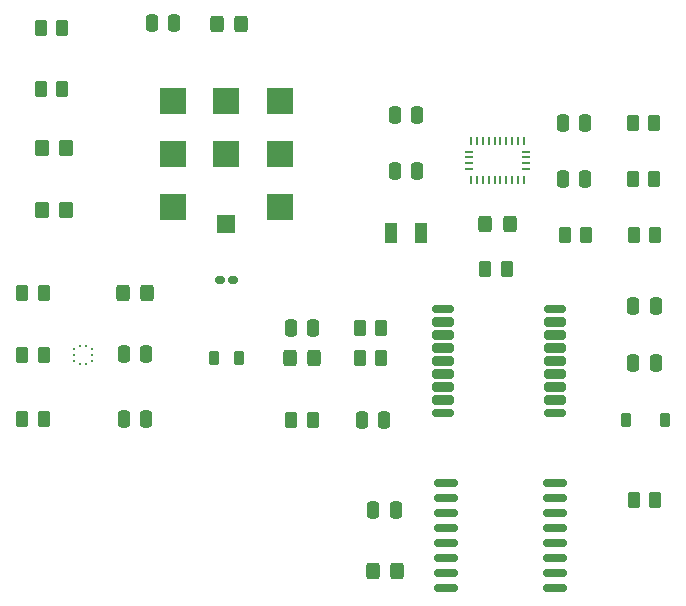
<source format=gbr>
%TF.GenerationSoftware,KiCad,Pcbnew,7.0.7*%
%TF.CreationDate,2024-01-17T20:42:02-05:00*%
%TF.ProjectId,Unified_Board,556e6966-6965-4645-9f42-6f6172642e6b,rev?*%
%TF.SameCoordinates,Original*%
%TF.FileFunction,Paste,Top*%
%TF.FilePolarity,Positive*%
%FSLAX46Y46*%
G04 Gerber Fmt 4.6, Leading zero omitted, Abs format (unit mm)*
G04 Created by KiCad (PCBNEW 7.0.7) date 2024-01-17 20:42:02*
%MOMM*%
%LPD*%
G01*
G04 APERTURE LIST*
G04 Aperture macros list*
%AMRoundRect*
0 Rectangle with rounded corners*
0 $1 Rounding radius*
0 $2 $3 $4 $5 $6 $7 $8 $9 X,Y pos of 4 corners*
0 Add a 4 corners polygon primitive as box body*
4,1,4,$2,$3,$4,$5,$6,$7,$8,$9,$2,$3,0*
0 Add four circle primitives for the rounded corners*
1,1,$1+$1,$2,$3*
1,1,$1+$1,$4,$5*
1,1,$1+$1,$6,$7*
1,1,$1+$1,$8,$9*
0 Add four rect primitives between the rounded corners*
20,1,$1+$1,$2,$3,$4,$5,0*
20,1,$1+$1,$4,$5,$6,$7,0*
20,1,$1+$1,$6,$7,$8,$9,0*
20,1,$1+$1,$8,$9,$2,$3,0*%
G04 Aperture macros list end*
%ADD10RoundRect,0.225000X-0.225000X-0.375000X0.225000X-0.375000X0.225000X0.375000X-0.225000X0.375000X0*%
%ADD11RoundRect,0.250000X-0.325000X-0.450000X0.325000X-0.450000X0.325000X0.450000X-0.325000X0.450000X0*%
%ADD12RoundRect,0.250000X-0.262500X-0.450000X0.262500X-0.450000X0.262500X0.450000X-0.262500X0.450000X0*%
%ADD13RoundRect,0.250000X0.250000X0.475000X-0.250000X0.475000X-0.250000X-0.475000X0.250000X-0.475000X0*%
%ADD14RoundRect,0.250000X-0.250000X-0.475000X0.250000X-0.475000X0.250000X0.475000X-0.250000X0.475000X0*%
%ADD15R,1.500000X1.500000*%
%ADD16R,2.300000X2.300000*%
%ADD17RoundRect,0.250000X0.325000X0.450000X-0.325000X0.450000X-0.325000X-0.450000X0.325000X-0.450000X0*%
%ADD18R,0.250000X0.275000*%
%ADD19R,0.275000X0.250000*%
%ADD20R,0.254000X0.675000*%
%ADD21R,0.675000X0.254000*%
%ADD22RoundRect,0.150000X-0.875000X-0.150000X0.875000X-0.150000X0.875000X0.150000X-0.875000X0.150000X0*%
%ADD23R,1.000000X1.800000*%
%ADD24RoundRect,0.175000X0.725000X0.175000X-0.725000X0.175000X-0.725000X-0.175000X0.725000X-0.175000X0*%
%ADD25RoundRect,0.200000X0.700000X0.200000X-0.700000X0.200000X-0.700000X-0.200000X0.700000X-0.200000X0*%
%ADD26RoundRect,0.218750X0.218750X0.381250X-0.218750X0.381250X-0.218750X-0.381250X0.218750X-0.381250X0*%
%ADD27RoundRect,0.250000X-0.350000X-0.450000X0.350000X-0.450000X0.350000X0.450000X-0.350000X0.450000X0*%
%ADD28RoundRect,0.250000X0.262500X0.450000X-0.262500X0.450000X-0.262500X-0.450000X0.262500X-0.450000X0*%
%ADD29RoundRect,0.160000X-0.222500X-0.160000X0.222500X-0.160000X0.222500X0.160000X-0.222500X0.160000X0*%
G04 APERTURE END LIST*
D10*
%TO.C,D1*%
X152600000Y-89800000D03*
X155900000Y-89800000D03*
%TD*%
D11*
%TO.C,D2*%
X131175000Y-102600000D03*
X133225000Y-102600000D03*
%TD*%
D12*
%TO.C,R15*%
X103087500Y-56600000D03*
X104912500Y-56600000D03*
%TD*%
D13*
%TO.C,C10*%
X133150000Y-97400000D03*
X131250000Y-97400000D03*
%TD*%
D14*
%TO.C,C7*%
X153250000Y-85000000D03*
X155150000Y-85000000D03*
%TD*%
D15*
%TO.C,ANT1*%
X118800000Y-73200000D03*
D16*
X114300000Y-71800000D03*
X123300000Y-71800000D03*
X114300000Y-67300000D03*
X118800000Y-67300000D03*
X123300000Y-67300000D03*
X114300000Y-62800000D03*
X118800000Y-62800000D03*
X123300000Y-62800000D03*
%TD*%
D14*
%TO.C,C12*%
X124250000Y-82000000D03*
X126150000Y-82000000D03*
%TD*%
D17*
%TO.C,D5*%
X142775000Y-73200000D03*
X140725000Y-73200000D03*
%TD*%
D13*
%TO.C,C11*%
X114400000Y-56200000D03*
X112500000Y-56200000D03*
%TD*%
D12*
%TO.C,R4*%
X101525000Y-84300000D03*
X103350000Y-84300000D03*
%TD*%
%TO.C,R16*%
X130087500Y-82000000D03*
X131912500Y-82000000D03*
%TD*%
D18*
%TO.C,Alt1*%
X106887500Y-83537500D03*
X106387500Y-83537500D03*
D19*
X105875000Y-83800000D03*
X105875000Y-84300000D03*
X105875000Y-84800000D03*
D18*
X106387500Y-85062500D03*
X106887500Y-85062500D03*
D19*
X107400000Y-84800000D03*
X107400000Y-84300000D03*
X107400000Y-83800000D03*
%TD*%
D14*
%TO.C,C5*%
X133050000Y-68750000D03*
X134950000Y-68750000D03*
%TD*%
D12*
%TO.C,R3*%
X101525000Y-89700000D03*
X103350000Y-89700000D03*
%TD*%
%TO.C,R14*%
X103087500Y-61800000D03*
X104912500Y-61800000D03*
%TD*%
D11*
%TO.C,D4*%
X110012500Y-79100000D03*
X112062500Y-79100000D03*
%TD*%
%TO.C,D3*%
X124175000Y-84600000D03*
X126225000Y-84600000D03*
%TD*%
D20*
%TO.C,U1*%
X144000000Y-69500000D03*
D21*
X144137500Y-68587500D03*
X144137500Y-68087500D03*
X144137500Y-67587500D03*
X144137500Y-67087500D03*
D20*
X144000000Y-66175000D03*
X143500000Y-66175000D03*
X143000000Y-66175000D03*
X142500000Y-66175000D03*
X142000000Y-66175000D03*
X141500000Y-66175000D03*
X141000000Y-66175000D03*
X140500000Y-66175000D03*
X140000000Y-66175000D03*
X139500000Y-66175000D03*
D21*
X139362500Y-67087500D03*
X139362500Y-67587500D03*
X139362500Y-68087500D03*
X139362500Y-68587500D03*
D20*
X139500000Y-69500000D03*
X140000000Y-69500000D03*
X140500000Y-69500000D03*
X141000000Y-69500000D03*
X141500000Y-69500000D03*
X142000000Y-69500000D03*
X142500000Y-69500000D03*
X143000000Y-69500000D03*
X143500000Y-69500000D03*
%TD*%
D22*
%TO.C,U3*%
X137350000Y-95155000D03*
X137350000Y-96425000D03*
X137350000Y-97695000D03*
X137350000Y-98965000D03*
X137350000Y-100235000D03*
X137350000Y-101505000D03*
X137350000Y-102775000D03*
X137350000Y-104045000D03*
X146650000Y-104045000D03*
X146650000Y-102775000D03*
X146650000Y-101505000D03*
X146650000Y-100235000D03*
X146650000Y-98965000D03*
X146650000Y-97695000D03*
X146650000Y-96425000D03*
X146650000Y-95155000D03*
%TD*%
D14*
%TO.C,C2*%
X110087500Y-84200000D03*
X111987500Y-84200000D03*
%TD*%
D12*
%TO.C,R11*%
X140687500Y-77000000D03*
X142512500Y-77000000D03*
%TD*%
%TO.C,R7*%
X153275000Y-74162500D03*
X155100000Y-74162500D03*
%TD*%
%TO.C,R12*%
X101525000Y-79100000D03*
X103350000Y-79100000D03*
%TD*%
D13*
%TO.C,C8*%
X155150000Y-80200000D03*
X153250000Y-80200000D03*
%TD*%
D23*
%TO.C,Y1*%
X132750000Y-74000000D03*
X135250000Y-74000000D03*
%TD*%
D24*
%TO.C,U2*%
X146600000Y-89200000D03*
D25*
X146600000Y-88100000D03*
X146600000Y-87000000D03*
X146600000Y-85900000D03*
X146600000Y-84800000D03*
X146600000Y-83700000D03*
X146600000Y-82600000D03*
X146600000Y-81500000D03*
D24*
X146600000Y-80400000D03*
X137100000Y-80400000D03*
D25*
X137100000Y-81500000D03*
X137100000Y-82600000D03*
X137100000Y-83700000D03*
X137100000Y-84800000D03*
X137100000Y-85900000D03*
X137100000Y-87000000D03*
X137100000Y-88100000D03*
D24*
X137100000Y-89200000D03*
%TD*%
D12*
%TO.C,R6*%
X153187500Y-69412500D03*
X155012500Y-69412500D03*
%TD*%
D26*
%TO.C,FB1*%
X119862500Y-84600000D03*
X117737500Y-84600000D03*
%TD*%
D13*
%TO.C,C1*%
X111987500Y-89700000D03*
X110087500Y-89700000D03*
%TD*%
D27*
%TO.C,R1*%
X103200000Y-66800000D03*
X105200000Y-66800000D03*
%TD*%
D12*
%TO.C,R5*%
X153187500Y-64662500D03*
X155012500Y-64662500D03*
%TD*%
D11*
%TO.C,D6*%
X117975000Y-56250000D03*
X120025000Y-56250000D03*
%TD*%
D28*
%TO.C,R9*%
X131912500Y-84600000D03*
X130087500Y-84600000D03*
%TD*%
D14*
%TO.C,C6*%
X133050000Y-64000000D03*
X134950000Y-64000000D03*
%TD*%
D13*
%TO.C,C9*%
X132150000Y-89800000D03*
X130250000Y-89800000D03*
%TD*%
D14*
%TO.C,C3*%
X147300000Y-69412500D03*
X149200000Y-69412500D03*
%TD*%
D12*
%TO.C,R10*%
X153287500Y-96600000D03*
X155112500Y-96600000D03*
%TD*%
D14*
%TO.C,C4*%
X147300000Y-64662500D03*
X149200000Y-64662500D03*
%TD*%
D28*
%TO.C,R8*%
X149250000Y-74162500D03*
X147425000Y-74162500D03*
%TD*%
D29*
%TO.C,D7*%
X118227500Y-78000000D03*
X119372500Y-78000000D03*
%TD*%
D12*
%TO.C,R13*%
X124287500Y-89800000D03*
X126112500Y-89800000D03*
%TD*%
D27*
%TO.C,R2*%
X103200000Y-72000000D03*
X105200000Y-72000000D03*
%TD*%
M02*

</source>
